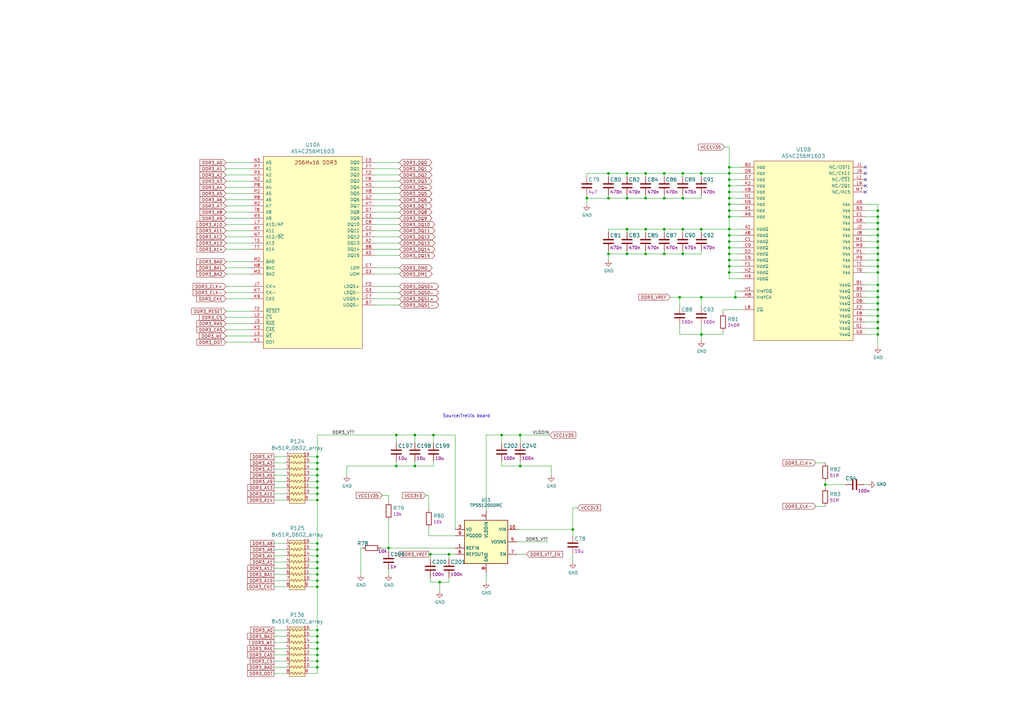
<source format=kicad_sch>
(kicad_sch (version 20211123) (generator eeschema)
  (paper "A3")
  (title_block (title "ECP5 - Datacenter Secure Control Module (DC-SCM)") (rev "1.2.0"))
  (junction (at 280.035 81.28))
  (junction (at 360.045 111.76))
  (junction (at 162.56 178.435))
  (junction (at 299.085 81.28))
  (junction (at 299.085 93.98))
  (junction (at 278.765 121.92))
  (junction (at 249.555 104.14))
  (junction (at 257.175 104.14))
  (junction (at 257.175 71.12))
  (junction (at 299.085 78.74))
  (junction (at 272.415 93.98))
  (junction (at 234.95 217.17))
  (junction (at 130.175 235.585))
  (junction (at 130.175 187.325))
  (junction (at 264.795 71.12))
  (junction (at 184.15 227.33))
  (junction (at 299.085 104.14))
  (junction (at 299.085 96.52))
  (junction (at 360.045 124.46))
  (junction (at 130.175 202.565))
  (junction (at 299.085 68.58))
  (junction (at 272.415 81.28))
  (junction (at 130.175 263.525))
  (junction (at 360.045 86.36))
  (junction (at 170.18 191.135))
  (junction (at 264.795 93.98))
  (junction (at 177.8 178.435))
  (junction (at 130.175 189.865))
  (junction (at 159.385 224.79))
  (junction (at 130.175 233.045))
  (junction (at 249.555 71.12))
  (junction (at 360.045 134.62))
  (junction (at 360.045 96.52))
  (junction (at 130.175 238.125))
  (junction (at 299.085 86.36))
  (junction (at 130.175 197.485))
  (junction (at 360.045 121.92))
  (junction (at 360.045 132.08))
  (junction (at 299.085 71.12))
  (junction (at 360.045 93.98))
  (junction (at 299.085 83.82))
  (junction (at 264.795 81.28))
  (junction (at 299.085 99.06))
  (junction (at 130.175 260.985))
  (junction (at 299.085 111.76))
  (junction (at 360.045 137.16))
  (junction (at 287.655 121.92))
  (junction (at 249.555 81.28))
  (junction (at 360.045 119.38))
  (junction (at 130.175 192.405))
  (junction (at 170.18 178.435))
  (junction (at 130.175 222.885))
  (junction (at 287.655 71.12))
  (junction (at 130.175 230.505))
  (junction (at 280.035 93.98))
  (junction (at 299.085 73.66))
  (junction (at 130.175 271.145))
  (junction (at 213.36 191.135))
  (junction (at 176.53 227.33))
  (junction (at 264.795 104.14))
  (junction (at 360.045 104.14))
  (junction (at 360.045 129.54))
  (junction (at 360.045 88.9))
  (junction (at 299.085 101.6))
  (junction (at 360.045 99.06))
  (junction (at 360.045 116.84))
  (junction (at 360.045 91.44))
  (junction (at 130.175 194.945))
  (junction (at 272.415 104.14))
  (junction (at 287.655 137.16))
  (junction (at 360.045 106.68))
  (junction (at 130.175 200.025))
  (junction (at 240.665 81.28))
  (junction (at 360.045 109.22))
  (junction (at 301.625 121.92))
  (junction (at 257.175 93.98))
  (junction (at 130.175 266.065))
  (junction (at 130.175 225.425))
  (junction (at 299.085 88.9))
  (junction (at 299.085 106.68))
  (junction (at 130.175 273.685))
  (junction (at 213.36 178.435))
  (junction (at 130.175 268.605))
  (junction (at 287.655 93.98))
  (junction (at 130.175 205.105))
  (junction (at 130.175 258.445))
  (junction (at 257.175 81.28))
  (junction (at 360.045 101.6))
  (junction (at 162.56 191.135))
  (junction (at 280.035 104.14))
  (junction (at 130.175 240.665))
  (junction (at 280.035 71.12))
  (junction (at 205.74 178.435))
  (junction (at 130.175 227.965))
  (junction (at 299.085 109.22))
  (junction (at 338.455 198.755))
  (junction (at 272.415 71.12))
  (junction (at 180.34 238.76))
  (junction (at 360.045 127))
  (junction (at 299.085 76.2))
  (no_connect (at 354.965 68.58))
  (no_connect (at 354.965 73.66))
  (no_connect (at 354.965 76.2))
  (no_connect (at 354.965 71.12))
  (no_connect (at 354.965 78.74))
  (wire (pts (xy 92.71 66.675) (xy 102.87 66.675)))
  (wire (pts (xy 130.175 202.565) (xy 126.365 202.565)))
  (wire (pts (xy 299.085 99.06) (xy 299.085 96.52)))
  (wire (pts (xy 92.71 109.855) (xy 102.87 109.855)))
  (wire (pts (xy 92.71 92.075) (xy 102.87 92.075)))
  (wire (pts (xy 224.79 222.25) (xy 212.09 222.25)))
  (wire (pts (xy 130.175 197.485) (xy 126.365 197.485)))
  (wire (pts (xy 272.415 104.14) (xy 280.035 104.14)))
  (wire (pts (xy 92.71 117.475) (xy 102.87 117.475)))
  (wire (pts (xy 199.39 178.435) (xy 205.74 178.435)))
  (wire (pts (xy 360.045 104.14) (xy 360.045 101.6)))
  (wire (pts (xy 354.965 121.92) (xy 360.045 121.92)))
  (wire (pts (xy 177.8 178.435) (xy 177.8 181.61)))
  (wire (pts (xy 299.085 76.2) (xy 299.085 73.66)))
  (wire (pts (xy 304.165 106.68) (xy 299.085 106.68)))
  (wire (pts (xy 126.365 240.665) (xy 130.175 240.665)))
  (wire (pts (xy 170.18 189.23) (xy 170.18 191.135)))
  (wire (pts (xy 130.175 258.445) (xy 126.365 258.445)))
  (wire (pts (xy 130.175 266.065) (xy 126.365 266.065)))
  (wire (pts (xy 159.385 213.36) (xy 159.385 224.79)))
  (wire (pts (xy 159.385 224.79) (xy 156.21 224.79)))
  (wire (pts (xy 272.415 102.87) (xy 272.415 104.14)))
  (wire (pts (xy 92.71 97.155) (xy 102.87 97.155)))
  (wire (pts (xy 240.665 81.28) (xy 249.555 81.28)))
  (wire (pts (xy 112.395 268.605) (xy 117.475 268.605)))
  (wire (pts (xy 360.045 142.24) (xy 360.045 137.16)))
  (wire (pts (xy 170.18 178.435) (xy 170.18 181.61)))
  (wire (pts (xy 130.175 205.105) (xy 130.175 222.885)))
  (wire (pts (xy 240.665 71.12) (xy 240.665 72.39)))
  (wire (pts (xy 130.175 187.325) (xy 130.175 189.865)))
  (wire (pts (xy 304.165 88.9) (xy 299.085 88.9)))
  (wire (pts (xy 130.175 197.485) (xy 130.175 200.025)))
  (wire (pts (xy 130.175 178.435) (xy 162.56 178.435)))
  (wire (pts (xy 354.965 93.98) (xy 360.045 93.98)))
  (wire (pts (xy 130.175 192.405) (xy 130.175 194.945)))
  (wire (pts (xy 92.71 79.375) (xy 102.87 79.375)))
  (wire (pts (xy 92.71 89.535) (xy 102.87 89.535)))
  (wire (pts (xy 112.395 197.485) (xy 117.475 197.485)))
  (wire (pts (xy 92.71 107.315) (xy 102.87 107.315)))
  (wire (pts (xy 162.56 191.135) (xy 142.24 191.135)))
  (wire (pts (xy 176.53 236.855) (xy 176.53 238.76)))
  (wire (pts (xy 299.085 106.68) (xy 299.085 104.14)))
  (wire (pts (xy 249.555 71.12) (xy 257.175 71.12)))
  (wire (pts (xy 112.395 230.505) (xy 117.475 230.505)))
  (wire (pts (xy 299.085 114.3) (xy 299.085 111.76)))
  (wire (pts (xy 360.045 91.44) (xy 360.045 88.9)))
  (wire (pts (xy 360.045 116.84) (xy 360.045 111.76)))
  (wire (pts (xy 130.175 238.125) (xy 126.365 238.125)))
  (wire (pts (xy 304.165 73.66) (xy 299.085 73.66)))
  (wire (pts (xy 360.045 93.98) (xy 360.045 91.44)))
  (wire (pts (xy 163.83 120.015) (xy 153.67 120.015)))
  (wire (pts (xy 130.175 273.685) (xy 130.175 271.145)))
  (wire (pts (xy 360.045 99.06) (xy 360.045 96.52)))
  (wire (pts (xy 360.045 119.38) (xy 360.045 116.84)))
  (wire (pts (xy 354.965 137.16) (xy 360.045 137.16)))
  (wire (pts (xy 92.71 102.235) (xy 102.87 102.235)))
  (wire (pts (xy 130.175 194.945) (xy 130.175 197.485)))
  (wire (pts (xy 272.415 71.12) (xy 280.035 71.12)))
  (wire (pts (xy 334.645 207.645) (xy 338.455 207.645)))
  (wire (pts (xy 354.965 86.36) (xy 360.045 86.36)))
  (wire (pts (xy 272.415 81.28) (xy 280.035 81.28)))
  (wire (pts (xy 264.795 80.01) (xy 264.795 81.28)))
  (wire (pts (xy 249.555 80.01) (xy 249.555 81.28)))
  (wire (pts (xy 147.955 224.79) (xy 147.955 235.585)))
  (wire (pts (xy 304.165 76.2) (xy 299.085 76.2)))
  (wire (pts (xy 92.71 71.755) (xy 102.87 71.755)))
  (wire (pts (xy 112.395 187.325) (xy 117.475 187.325)))
  (wire (pts (xy 272.415 93.98) (xy 280.035 93.98)))
  (wire (pts (xy 360.045 109.22) (xy 360.045 106.68)))
  (wire (pts (xy 354.965 127) (xy 360.045 127)))
  (wire (pts (xy 299.085 73.66) (xy 299.085 71.12)))
  (wire (pts (xy 112.395 271.145) (xy 117.475 271.145)))
  (wire (pts (xy 92.71 135.255) (xy 102.87 135.255)))
  (wire (pts (xy 92.71 137.795) (xy 102.87 137.795)))
  (wire (pts (xy 304.165 83.82) (xy 299.085 83.82)))
  (wire (pts (xy 257.175 80.01) (xy 257.175 81.28)))
  (wire (pts (xy 304.165 86.36) (xy 299.085 86.36)))
  (wire (pts (xy 287.655 71.12) (xy 299.085 71.12)))
  (wire (pts (xy 92.71 130.175) (xy 102.87 130.175)))
  (wire (pts (xy 304.165 99.06) (xy 299.085 99.06)))
  (wire (pts (xy 126.365 230.505) (xy 130.175 230.505)))
  (wire (pts (xy 287.655 121.92) (xy 278.765 121.92)))
  (wire (pts (xy 299.085 109.22) (xy 299.085 106.68)))
  (wire (pts (xy 249.555 104.14) (xy 257.175 104.14)))
  (wire (pts (xy 257.175 71.12) (xy 264.795 71.12)))
  (wire (pts (xy 163.83 84.455) (xy 153.67 84.455)))
  (wire (pts (xy 170.18 191.135) (xy 162.56 191.135)))
  (wire (pts (xy 163.83 122.555) (xy 153.67 122.555)))
  (wire (pts (xy 280.035 93.98) (xy 280.035 95.25)))
  (wire (pts (xy 142.24 191.135) (xy 142.24 194.945)))
  (wire (pts (xy 360.045 134.62) (xy 360.045 132.08)))
  (wire (pts (xy 280.035 71.12) (xy 287.655 71.12)))
  (wire (pts (xy 296.545 135.89) (xy 296.545 137.16)))
  (wire (pts (xy 130.175 202.565) (xy 130.175 205.105)))
  (wire (pts (xy 301.625 121.92) (xy 304.165 121.92)))
  (wire (pts (xy 92.71 120.015) (xy 102.87 120.015)))
  (wire (pts (xy 130.175 227.965) (xy 130.175 230.505)))
  (wire (pts (xy 112.395 205.105) (xy 117.475 205.105)))
  (wire (pts (xy 234.95 208.28) (xy 236.855 208.28)))
  (wire (pts (xy 112.395 235.585) (xy 117.475 235.585)))
  (wire (pts (xy 360.045 86.36) (xy 360.045 83.82)))
  (wire (pts (xy 126.365 194.945) (xy 130.175 194.945)))
  (wire (pts (xy 234.95 227.33) (xy 234.95 230.505)))
  (wire (pts (xy 299.085 104.14) (xy 299.085 101.6)))
  (wire (pts (xy 212.09 217.17) (xy 234.95 217.17)))
  (wire (pts (xy 162.56 178.435) (xy 170.18 178.435)))
  (wire (pts (xy 299.085 101.6) (xy 299.085 99.06)))
  (wire (pts (xy 153.67 112.395) (xy 163.83 112.395)))
  (wire (pts (xy 274.955 121.92) (xy 278.765 121.92)))
  (wire (pts (xy 126.365 192.405) (xy 130.175 192.405)))
  (wire (pts (xy 92.71 69.215) (xy 102.87 69.215)))
  (wire (pts (xy 130.175 273.685) (xy 130.175 276.225)))
  (wire (pts (xy 163.83 79.375) (xy 153.67 79.375)))
  (wire (pts (xy 130.175 271.145) (xy 130.175 268.605)))
  (wire (pts (xy 126.365 233.045) (xy 130.175 233.045)))
  (wire (pts (xy 92.71 127.635) (xy 102.87 127.635)))
  (wire (pts (xy 280.035 93.98) (xy 287.655 93.98)))
  (wire (pts (xy 159.385 203.2) (xy 159.385 205.74)))
  (wire (pts (xy 112.395 200.025) (xy 117.475 200.025)))
  (wire (pts (xy 126.365 268.605) (xy 130.175 268.605)))
  (wire (pts (xy 177.8 189.23) (xy 177.8 191.135)))
  (wire (pts (xy 304.165 114.3) (xy 299.085 114.3)))
  (wire (pts (xy 213.36 178.435) (xy 225.425 178.435)))
  (wire (pts (xy 264.795 81.28) (xy 272.415 81.28)))
  (wire (pts (xy 163.83 76.835) (xy 153.67 76.835)))
  (wire (pts (xy 354.965 91.44) (xy 360.045 91.44)))
  (wire (pts (xy 278.765 121.92) (xy 278.765 125.73)))
  (wire (pts (xy 272.415 71.12) (xy 272.415 72.39)))
  (wire (pts (xy 130.175 235.585) (xy 130.175 238.125)))
  (wire (pts (xy 184.15 236.855) (xy 184.15 238.76)))
  (wire (pts (xy 234.95 217.17) (xy 234.95 219.71)))
  (wire (pts (xy 280.035 71.12) (xy 280.035 72.39)))
  (wire (pts (xy 249.555 93.98) (xy 257.175 93.98)))
  (wire (pts (xy 205.74 178.435) (xy 213.36 178.435)))
  (wire (pts (xy 360.045 101.6) (xy 360.045 99.06)))
  (wire (pts (xy 162.56 178.435) (xy 162.56 181.61)))
  (wire (pts (xy 287.655 121.92) (xy 301.625 121.92)))
  (wire (pts (xy 280.035 104.14) (xy 287.655 104.14)))
  (wire (pts (xy 92.71 84.455) (xy 102.87 84.455)))
  (wire (pts (xy 163.83 74.295) (xy 153.67 74.295)))
  (wire (pts (xy 280.035 81.28) (xy 287.655 81.28)))
  (wire (pts (xy 126.365 271.145) (xy 130.175 271.145)))
  (wire (pts (xy 117.475 222.885) (xy 112.395 222.885)))
  (wire (pts (xy 180.34 242.57) (xy 180.34 238.76)))
  (wire (pts (xy 126.365 225.425) (xy 130.175 225.425)))
  (wire (pts (xy 249.555 93.98) (xy 249.555 95.25)))
  (wire (pts (xy 117.475 192.405) (xy 112.395 192.405)))
  (wire (pts (xy 296.545 127) (xy 304.165 127)))
  (wire (pts (xy 130.175 227.965) (xy 126.365 227.965)))
  (wire (pts (xy 360.045 124.46) (xy 360.045 121.92)))
  (wire (pts (xy 264.795 71.12) (xy 272.415 71.12)))
  (wire (pts (xy 360.045 127) (xy 360.045 124.46)))
  (wire (pts (xy 130.175 258.445) (xy 130.175 260.985)))
  (wire (pts (xy 354.965 99.06) (xy 360.045 99.06)))
  (wire (pts (xy 126.365 260.985) (xy 130.175 260.985)))
  (wire (pts (xy 184.15 227.33) (xy 184.15 229.235)))
  (wire (pts (xy 117.475 258.445) (xy 112.395 258.445)))
  (wire (pts (xy 126.365 200.025) (xy 130.175 200.025)))
  (wire (pts (xy 130.175 263.525) (xy 130.175 266.065)))
  (wire (pts (xy 287.655 93.98) (xy 299.085 93.98)))
  (wire (pts (xy 163.83 89.535) (xy 153.67 89.535)))
  (wire (pts (xy 176.53 227.33) (xy 176.53 229.235)))
  (wire (pts (xy 304.165 68.58) (xy 299.085 68.58)))
  (wire (pts (xy 299.085 81.28) (xy 299.085 78.74)))
  (wire (pts (xy 112.395 240.665) (xy 117.475 240.665)))
  (wire (pts (xy 112.395 189.865) (xy 117.475 189.865)))
  (wire (pts (xy 175.895 203.2) (xy 174.625 203.2)))
  (wire (pts (xy 163.83 102.235) (xy 153.67 102.235)))
  (wire (pts (xy 177.8 191.135) (xy 170.18 191.135)))
  (wire (pts (xy 280.035 80.01) (xy 280.035 81.28)))
  (wire (pts (xy 354.965 104.14) (xy 360.045 104.14)))
  (wire (pts (xy 304.165 104.14) (xy 299.085 104.14)))
  (wire (pts (xy 296.545 127) (xy 296.545 128.27)))
  (wire (pts (xy 126.365 187.325) (xy 130.175 187.325)))
  (wire (pts (xy 163.83 99.695) (xy 153.67 99.695)))
  (wire (pts (xy 92.71 112.395) (xy 102.87 112.395)))
  (wire (pts (xy 338.455 198.755) (xy 346.71 198.755)))
  (wire (pts (xy 278.765 133.35) (xy 278.765 137.16)))
  (wire (pts (xy 112.395 227.965) (xy 117.475 227.965)))
  (wire (pts (xy 272.415 93.98) (xy 272.415 95.25)))
  (wire (pts (xy 264.795 93.98) (xy 264.795 95.25)))
  (wire (pts (xy 162.56 189.23) (xy 162.56 191.135)))
  (wire (pts (xy 354.965 124.46) (xy 360.045 124.46)))
  (wire (pts (xy 338.455 200.025) (xy 338.455 198.755)))
  (wire (pts (xy 297.18 60.325) (xy 299.085 60.325)))
  (wire (pts (xy 338.455 198.755) (xy 338.455 197.485)))
  (wire (pts (xy 117.475 225.425) (xy 112.395 225.425)))
  (wire (pts (xy 130.175 187.325) (xy 130.175 178.435)))
  (wire (pts (xy 130.175 200.025) (xy 130.175 202.565)))
  (wire (pts (xy 92.71 94.615) (xy 102.87 94.615)))
  (wire (pts (xy 299.085 83.82) (xy 299.085 81.28)))
  (wire (pts (xy 354.965 101.6) (xy 360.045 101.6)))
  (wire (pts (xy 304.165 119.38) (xy 301.625 119.38)))
  (wire (pts (xy 354.33 198.755) (xy 356.235 198.755)))
  (wire (pts (xy 360.045 111.76) (xy 360.045 109.22)))
  (wire (pts (xy 240.665 71.12) (xy 249.555 71.12)))
  (wire (pts (xy 304.165 71.12) (xy 299.085 71.12)))
  (wire (pts (xy 159.385 226.06) (xy 159.385 224.79)))
  (wire (pts (xy 130.175 233.045) (xy 130.175 235.585)))
  (wire (pts (xy 360.045 132.08) (xy 360.045 129.54)))
  (wire (pts (xy 257.175 81.28) (xy 264.795 81.28)))
  (wire (pts (xy 130.175 230.505) (xy 130.175 233.045)))
  (wire (pts (xy 159.385 224.79) (xy 186.69 224.79)))
  (wire (pts (xy 287.655 139.7) (xy 287.655 137.16)))
  (wire (pts (xy 249.555 81.28) (xy 257.175 81.28)))
  (wire (pts (xy 287.655 121.92) (xy 287.655 125.73)))
  (wire (pts (xy 264.795 102.87) (xy 264.795 104.14)))
  (wire (pts (xy 304.165 93.98) (xy 299.085 93.98)))
  (wire (pts (xy 163.83 92.075) (xy 153.67 92.075)))
  (wire (pts (xy 338.455 189.865) (xy 334.645 189.865)))
  (wire (pts (xy 304.165 101.6) (xy 299.085 101.6)))
  (wire (pts (xy 130.175 273.685) (xy 126.365 273.685)))
  (wire (pts (xy 360.045 83.82) (xy 354.965 83.82)))
  (wire (pts (xy 112.395 263.525) (xy 117.475 263.525)))
  (wire (pts (xy 130.175 222.885) (xy 130.175 225.425)))
  (wire (pts (xy 215.9 227.33) (xy 212.09 227.33)))
  (wire (pts (xy 130.175 189.865) (xy 130.175 192.405)))
  (wire (pts (xy 176.53 238.76) (xy 180.34 238.76)))
  (wire (pts (xy 163.83 86.995) (xy 153.67 86.995)))
  (wire (pts (xy 92.71 86.995) (xy 102.87 86.995)))
  (wire (pts (xy 112.395 202.565) (xy 117.475 202.565)))
  (wire (pts (xy 112.395 276.225) (xy 117.475 276.225)))
  (wire (pts (xy 304.165 81.28) (xy 299.085 81.28)))
  (wire (pts (xy 130.175 240.665) (xy 130.175 258.445)))
  (wire (pts (xy 170.18 178.435) (xy 177.8 178.435)))
  (wire (pts (xy 180.34 238.76) (xy 184.15 238.76)))
  (wire (pts (xy 112.395 194.945) (xy 117.475 194.945)))
  (wire (pts (xy 117.475 266.065) (xy 112.395 266.065)))
  (wire (pts (xy 354.965 134.62) (xy 360.045 134.62)))
  (wire (pts (xy 301.625 119.38) (xy 301.625 121.92)))
  (wire (pts (xy 205.74 178.435) (xy 205.74 181.61)))
  (wire (pts (xy 360.045 88.9) (xy 360.045 86.36)))
  (wire (pts (xy 264.795 104.14) (xy 272.415 104.14)))
  (wire (pts (xy 163.83 94.615) (xy 153.67 94.615)))
  (wire (pts (xy 92.71 140.335) (xy 102.87 140.335)))
  (wire (pts (xy 92.71 74.295) (xy 102.87 74.295)))
  (wire (pts (xy 264.795 93.98) (xy 272.415 93.98)))
  (wire (pts (xy 304.165 78.74) (xy 299.085 78.74)))
  (wire (pts (xy 130.175 238.125) (xy 130.175 240.665)))
  (wire (pts (xy 299.085 111.76) (xy 299.085 109.22)))
  (wire (pts (xy 360.045 137.16) (xy 360.045 134.62)))
  (wire (pts (xy 360.045 106.68) (xy 360.045 104.14)))
  (wire (pts (xy 213.36 191.135) (xy 205.74 191.135)))
  (wire (pts (xy 240.665 80.01) (xy 240.665 81.28)))
  (wire (pts (xy 287.655 71.12) (xy 287.655 72.39)))
  (wire (pts (xy 92.71 132.715) (xy 102.87 132.715)))
  (wire (pts (xy 175.895 227.33) (xy 176.53 227.33)))
  (wire (pts (xy 205.74 189.23) (xy 205.74 191.135)))
  (wire (pts (xy 249.555 102.87) (xy 249.555 104.14)))
  (wire (pts (xy 226.06 191.135) (xy 226.06 194.945)))
  (wire (pts (xy 126.365 205.105) (xy 130.175 205.105)))
  (wire (pts (xy 299.085 96.52) (xy 299.085 93.98)))
  (wire (pts (xy 163.83 109.855) (xy 153.67 109.855)))
  (wire (pts (xy 112.395 260.985) (xy 117.475 260.985)))
  (wire (pts (xy 126.365 189.865) (xy 130.175 189.865)))
  (wire (pts (xy 199.39 178.435) (xy 199.39 209.55)))
  (wire (pts (xy 92.71 81.915) (xy 102.87 81.915)))
  (wire (pts (xy 264.795 71.12) (xy 264.795 72.39)))
  (wire (pts (xy 287.655 93.98) (xy 287.655 95.25)))
  (wire (pts (xy 130.175 225.425) (xy 130.175 227.965)))
  (wire (pts (xy 199.39 238.76) (xy 199.39 234.95)))
  (wire (pts (xy 126.365 263.525) (xy 130.175 263.525)))
  (wire (pts (xy 240.665 81.28) (xy 240.665 83.82)))
  (wire (pts (xy 354.965 106.68) (xy 360.045 106.68)))
  (wire (pts (xy 299.085 86.36) (xy 299.085 83.82)))
  (wire (pts (xy 175.895 216.535) (xy 175.895 219.71)))
  (wire (pts (xy 299.085 88.9) (xy 299.085 86.36)))
  (wire (pts (xy 272.415 80.01) (xy 272.415 81.28)))
  (wire (pts (xy 117.475 273.685) (xy 112.395 273.685)))
  (wire (pts (xy 213.36 191.135) (xy 226.06 191.135)))
  (wire (pts (xy 287.655 80.01) (xy 287.655 81.28)))
  (wire (pts (xy 130.175 268.605) (xy 130.175 266.065)))
  (wire (pts (xy 92.71 76.835) (xy 102.87 76.835)))
  (wire (pts (xy 163.83 97.155) (xy 153.67 97.155)))
  (wire (pts (xy 360.045 96.52) (xy 360.045 93.98)))
  (wire (pts (xy 299.085 60.325) (xy 299.085 68.58)))
  (wire (pts (xy 163.83 81.915) (xy 153.67 81.915)))
  (wire (pts (xy 163.83 69.215) (xy 153.67 69.215)))
  (wire (pts (xy 163.83 71.755) (xy 153.67 71.755)))
  (wire (pts (xy 153.67 66.675) (xy 163.83 66.675)))
  (wire (pts (xy 360.045 129.54) (xy 360.045 127)))
  (wire (pts (xy 175.895 219.71) (xy 186.69 219.71)))
  (wire (pts (xy 354.965 116.84) (xy 360.045 116.84)))
  (wire (pts (xy 354.965 129.54) (xy 360.045 129.54)))
  (wire (pts (xy 130.175 222.885) (xy 126.365 222.885)))
  (wire (pts (xy 296.545 137.16) (xy 287.655 137.16)))
  (wire (pts (xy 257.175 93.98) (xy 257.175 95.25)))
  (wire (pts (xy 130.175 260.985) (xy 130.175 263.525)))
  (wire (pts (xy 287.655 137.16) (xy 278.765 137.16)))
  (wire (pts (xy 249.555 106.68) (xy 249.555 104.14)))
  (wire (pts (xy 176.53 227.33) (xy 184.15 227.33)))
  (wire (pts (xy 360.045 121.92) (xy 360.045 119.38)))
  (wire (pts (xy 92.71 122.555) (xy 102.87 122.555)))
  (wire (pts (xy 175.895 203.2) (xy 175.895 208.915)))
  (wire (pts (xy 257.175 93.98) (xy 264.795 93.98)))
  (wire (pts (xy 163.83 125.095) (xy 153.67 125.095)))
  (wire (pts (xy 213.36 189.23) (xy 213.36 191.135)))
  (wire (pts (xy 354.965 88.9) (xy 360.045 88.9)))
  (wire (pts (xy 304.165 111.76) (xy 299.085 111.76)))
  (wire (pts (xy 304.165 96.52) (xy 299.085 96.52)))
  (wire (pts (xy 287.655 102.87) (xy 287.655 104.14)))
  (wire (pts (xy 257.175 71.12) (xy 257.175 72.39)))
  (wire (pts (xy 249.555 71.12) (xy 249.555 72.39)))
  (wire (pts (xy 354.965 119.38) (xy 360.045 119.38)))
  (wire (pts (xy 234.95 208.28) (xy 234.95 217.17)))
  (wire (pts (xy 354.965 132.08) (xy 360.045 132.08)))
  (wire (pts (xy 299.085 71.12) (xy 299.085 68.58)))
  (wire (pts (xy 159.385 235.585) (xy 159.385 233.68)))
  (wire (pts (xy 92.71 99.695) (xy 102.87 99.695)))
  (wire (pts (xy 354.965 96.52) (xy 360.045 96.52)))
  (wire (pts (xy 126.365 235.585) (xy 130.175 235.585)))
  (wire (pts (xy 299.085 93.98) (xy 299.085 88.9)))
  (wire (pts (xy 126.365 276.225) (xy 130.175 276.225)))
  (wire (pts (xy 117.475 233.045) (xy 112.395 233.045)))
  (wire (pts (xy 186.69 178.435) (xy 186.69 217.17)))
  (wire (pts (xy 184.15 227.33) (xy 186.69 227.33)))
  (wire (pts (xy 112.395 238.125) (xy 117.475 238.125)))
  (wire (pts (xy 304.165 109.22) (xy 299.085 109.22)))
  (wire (pts (xy 163.83 117.475) (xy 153.67 117.475)))
  (wire (pts (xy 213.36 178.435) (xy 213.36 181.61)))
  (wire (pts (xy 354.965 109.22) (xy 360.045 109.22)))
  (wire (pts (xy 354.965 111.76) (xy 360.045 111.76)))
  (wire (pts (xy 299.085 78.74) (xy 299.085 76.2)))
  (wire (pts (xy 159.385 203.2) (xy 156.845 203.2)))
  (wire (pts (xy 163.83 104.775) (xy 153.67 104.775)))
  (wire (pts (xy 287.655 133.35) (xy 287.655 137.16)))
  (wire (pts (xy 280.035 102.87) (xy 280.035 104.14)))
  (wire (pts (xy 257.175 104.14) (xy 264.795 104.14)))
  (wire (pts (xy 148.59 224.79) (xy 147.955 224.79)))
  (wire (pts (xy 257.175 102.87) (xy 257.175 104.14)))
  (wire (pts (xy 177.8 178.435) (xy 186.69 178.435)))
  (text "Source:Trellis board" (at 181.61 171.45 0) (effects (font (size 1.27 1.27)) (justify left bottom)))
  (label "DDR3_VTT" (at 224.79 222.25 180))
  (label "VLDOIN" (at 218.44 178.435 0))
  (label "DDR3_VTT" (at 145.415 178.435 180))
  (global_label "DDR3_A2" (shape passive) (at 112.395 192.405 180) (property "Intersheet References" "${INTERSHEET_REFS}" (effects hide)))
  (global_label "DDR3_DQ4" (shape bidirectional) (at 163.83 76.835 0) (property "Intersheet References" "${INTERSHEET_REFS}" (effects hide)))
  (global_label "DDR3_BA2" (shape passive) (at 112.395 260.985 180) (property "Intersheet References" "${INTERSHEET_REFS}" (effects hide)))
  (global_label "DDR3_WE" (shape input) (at 92.71 137.795 180) (property "Intersheet References" "${INTERSHEET_REFS}" (effects hide)))
  (global_label "DDR3_DQ12" (shape bidirectional) (at 163.83 97.155 0) (property "Intersheet References" "${INTERSHEET_REFS}" (effects hide)))
  (global_label "DDR3_DQ7" (shape bidirectional) (at 163.83 84.455 0) (property "Intersheet References" "${INTERSHEET_REFS}" (effects hide)))
  (global_label "DDR3_VTT_EN" (shape input) (at 215.9 227.33 0) (property "Intersheet References" "${INTERSHEET_REFS}" (effects hide)))
  (global_label "DDR3_ODT" (shape input) (at 92.71 140.335 180) (property "Intersheet References" "${INTERSHEET_REFS}" (effects hide)))
  (global_label "DDR3_VREF" (shape output) (at 175.895 227.33 180) (property "Intersheet References" "${INTERSHEET_REFS}" (effects hide)))
  (global_label "DDR3_CS" (shape passive) (at 112.395 271.145 180) (property "Intersheet References" "${INTERSHEET_REFS}" (effects hide)))
  (global_label "DDR3_DQS0+" (shape bidirectional) (at 163.83 117.475 0) (property "Intersheet References" "${INTERSHEET_REFS}" (effects hide)))
  (global_label "DDR3_CKE" (shape passive) (at 112.395 240.665 180) (property "Intersheet References" "${INTERSHEET_REFS}" (effects hide)))
  (global_label "DDR3_A10" (shape input) (at 92.71 92.075 180) (property "Intersheet References" "${INTERSHEET_REFS}" (effects hide)))
  (global_label "DDR3_A4" (shape passive) (at 112.395 227.965 180) (property "Intersheet References" "${INTERSHEET_REFS}" (effects hide)))
  (global_label "DDR3_CLK-" (shape input) (at 92.71 120.015 180) (property "Intersheet References" "${INTERSHEET_REFS}" (effects hide)))
  (global_label "DDR3_DQ2" (shape bidirectional) (at 163.83 71.755 0) (property "Intersheet References" "${INTERSHEET_REFS}" (effects hide)))
  (global_label "DDR3_VREF" (shape input) (at 274.955 121.92 180) (property "Intersheet References" "${INTERSHEET_REFS}" (effects hide)))
  (global_label "VCC3V3" (shape input) (at 174.625 203.2 180) (property "Intersheet References" "${INTERSHEET_REFS}" (effects hide)))
  (global_label "DDR3_DQ1" (shape bidirectional) (at 163.83 69.215 0) (property "Intersheet References" "${INTERSHEET_REFS}" (effects hide)))
  (global_label "DDR3_A14" (shape input) (at 92.71 102.235 180) (property "Intersheet References" "${INTERSHEET_REFS}" (effects hide)))
  (global_label "VCC1V35" (shape input) (at 225.425 178.435 0) (property "Intersheet References" "${INTERSHEET_REFS}" (effects hide)))
  (global_label "DDR3_A3" (shape input) (at 92.71 74.295 180) (property "Intersheet References" "${INTERSHEET_REFS}" (effects hide)))
  (global_label "DDR3_RESET" (shape input) (at 92.71 127.635 180) (property "Intersheet References" "${INTERSHEET_REFS}" (effects hide)))
  (global_label "DDR3_BA1" (shape input) (at 92.71 109.855 180) (property "Intersheet References" "${INTERSHEET_REFS}" (effects hide)))
  (global_label "DDR3_DQS1+" (shape bidirectional) (at 163.83 122.555 0) (property "Intersheet References" "${INTERSHEET_REFS}" (effects hide)))
  (global_label "DDR3_DQ3" (shape bidirectional) (at 163.83 74.295 0) (property "Intersheet References" "${INTERSHEET_REFS}" (effects hide)))
  (global_label "DDR3_A4" (shape input) (at 92.71 76.835 180) (property "Intersheet References" "${INTERSHEET_REFS}" (effects hide)))
  (global_label "DDR3_A8" (shape input) (at 92.71 86.995 180) (property "Intersheet References" "${INTERSHEET_REFS}" (effects hide)))
  (global_label "DDR3_A13" (shape input) (at 92.71 99.695 180) (property "Intersheet References" "${INTERSHEET_REFS}" (effects hide)))
  (global_label "DDR3_DQ0" (shape bidirectional) (at 163.83 66.675 0) (property "Intersheet References" "${INTERSHEET_REFS}" (effects hide)))
  (global_label "DDR3_DQS1-" (shape bidirectional) (at 163.83 125.095 0) (property "Intersheet References" "${INTERSHEET_REFS}" (effects hide)))
  (global_label "DDR3_DQ10" (shape bidirectional) (at 163.83 92.075 0) (property "Intersheet References" "${INTERSHEET_REFS}" (effects hide)))
  (global_label "VCC1V35" (shape input) (at 156.845 203.2 180) (property "Intersheet References" "${INTERSHEET_REFS}" (effects hide)))
  (global_label "DDR3_CAS" (shape passive) (at 112.395 268.605 180) (property "Intersheet References" "${INTERSHEET_REFS}" (effects hide)))
  (global_label "DDR3_A2" (shape input) (at 92.71 71.755 180) (property "Intersheet References" "${INTERSHEET_REFS}" (effects hide)))
  (global_label "DDR3_DQ9" (shape bidirectional) (at 163.83 89.535 0) (property "Intersheet References" "${INTERSHEET_REFS}" (effects hide)))
  (global_label "DDR3_A14" (shape passive) (at 112.395 205.105 180) (property "Intersheet References" "${INTERSHEET_REFS}" (effects hide)))
  (global_label "DDR3_DM1" (shape bidirectional) (at 163.83 112.395 0) (property "Intersheet References" "${INTERSHEET_REFS}" (effects hide)))
  (global_label "DDR3_DQ11" (shape bidirectional) (at 163.83 94.615 0) (property "Intersheet References" "${INTERSHEET_REFS}" (effects hide)))
  (global_label "DDR3_CAS" (shape input) (at 92.71 135.255 180) (property "Intersheet References" "${INTERSHEET_REFS}" (effects hide)))
  (global_label "DDR3_A8" (shape passive) (at 112.395 222.885 180) (property "Intersheet References" "${INTERSHEET_REFS}" (effects hide)))
  (global_label "DDR3_ODT" (shape passive) (at 112.395 276.225 180) (property "Intersheet References" "${INTERSHEET_REFS}" (effects hide)))
  (global_label "DDR3_DM0" (shape bidirectional) (at 163.83 109.855 0) (property "Intersheet References" "${INTERSHEET_REFS}" (effects hide)))
  (global_label "DDR3_CS" (shape input) (at 92.71 130.175 180) (property "Intersheet References" "${INTERSHEET_REFS}" (effects hide)))
  (global_label "DDR3_A11" (shape input) (at 92.71 94.615 180) (property "Intersheet References" "${INTERSHEET_REFS}" (effects hide)))
  (global_label "DDR3_A7" (shape input) (at 92.71 84.455 180) (property "Intersheet References" "${INTERSHEET_REFS}" (effects hide)))
  (global_label "DDR3_A5" (shape input) (at 92.71 79.375 180) (property "Intersheet References" "${INTERSHEET_REFS}" (effects hide)))
  (global_label "DDR3_BA2" (shape input) (at 92.71 112.395 180) (property "Intersheet References" "${INTERSHEET_REFS}" (effects hide)))
  (global_label "DDR3_A11" (shape passive) (at 112.395 202.565 180) (property "Intersheet References" "${INTERSHEET_REFS}" (effects hide)))
  (global_label "DDR3_DQ13" (shape bidirectional) (at 163.83 99.695 0) (property "Intersheet References" "${INTERSHEET_REFS}" (effects hide)))
  (global_label "DDR3_BA0" (shape input) (at 92.71 107.315 180) (property "Intersheet References" "${INTERSHEET_REFS}" (effects hide)))
  (global_label "DDR3_BA0" (shape passive) (at 112.395 273.685 180) (property "Intersheet References" "${INTERSHEET_REFS}" (effects hide)))
  (global_label "DDR3_A10" (shape passive) (at 112.395 238.125 180) (property "Intersheet References" "${INTERSHEET_REFS}" (effects hide)))
  (global_label "DDR3_CKE" (shape input) (at 92.71 122.555 180) (property "Intersheet References" "${INTERSHEET_REFS}" (effects hide)))
  (global_label "DDR3_A1" (shape passive) (at 112.395 230.505 180) (property "Intersheet References" "${INTERSHEET_REFS}" (effects hide)))
  (global_label "DDR3_A0" (shape input) (at 92.71 66.675 180) (property "Intersheet References" "${INTERSHEET_REFS}" (effects hide)))
  (global_label "DDR3_DQ15" (shape bidirectional) (at 163.83 104.775 0) (property "Intersheet References" "${INTERSHEET_REFS}" (effects hide)))
  (global_label "DDR3_DQ5" (shape bidirectional) (at 163.83 79.375 0) (property "Intersheet References" "${INTERSHEET_REFS}" (effects hide)))
  (global_label "DDR3_A3" (shape passive) (at 112.395 189.865 180) (property "Intersheet References" "${INTERSHEET_REFS}" (effects hide)))
  (global_label "DDR3_DQ8" (shape bidirectional) (at 163.83 86.995 0) (property "Intersheet References" "${INTERSHEET_REFS}" (effects hide)))
  (global_label "DDR3_A5" (shape passive) (at 112.395 194.945 180) (property "Intersheet References" "${INTERSHEET_REFS}" (effects hide)))
  (global_label "DDR3_DQ14" (shape bidirectional) (at 163.83 102.235 0) (property "Intersheet References" "${INTERSHEET_REFS}" (effects hide)))
  (global_label "DDR3_BA1" (shape passive) (at 112.395 235.585 180) (property "Intersheet References" "${INTERSHEET_REFS}" (effects hide)))
  (global_label "DDR3_A6" (shape input) (at 92.71 81.915 180) (property "Intersheet References" "${INTERSHEET_REFS}" (effects hide)))
  (global_label "DDR3_CLK+" (shape input) (at 92.71 117.475 180) (property "Intersheet References" "${INTERSHEET_REFS}" (effects hide)))
  (global_label "DDR3_A6" (shape passive) (at 112.395 225.425 180) (property "Intersheet References" "${INTERSHEET_REFS}" (effects hide)))
  (global_label "DDR3_RAS" (shape passive) (at 112.395 266.065 180) (property "Intersheet References" "${INTERSHEET_REFS}" (effects hide)))
  (global_label "VCC3V3" (shape input) (at 236.855 208.28 0) (property "Intersheet References" "${INTERSHEET_REFS}" (effects hide)))
  (global_label "DDR3_A0" (shape passive) (at 112.395 258.445 180) (property "Intersheet References" "${INTERSHEET_REFS}" (effects hide)))
  (global_label "DDR3_A12" (shape input) (at 92.71 97.155 180) (property "Intersheet References" "${INTERSHEET_REFS}" (effects hide)))
  (global_label "DDR3_A1" (shape input) (at 92.71 69.215 180) (property "Intersheet References" "${INTERSHEET_REFS}" (effects hide)))
  (global_label "DDR3_A12" (shape passive) (at 112.395 233.045 180) (property "Intersheet References" "${INTERSHEET_REFS}" (effects hide)))
  (global_label "DDR3_A13" (shape passive) (at 112.395 200.025 180) (property "Intersheet References" "${INTERSHEET_REFS}" (effects hide)))
  (global_label "DDR3_A7" (shape passive) (at 112.395 187.325 180) (property "Intersheet References" "${INTERSHEET_REFS}" (effects hide)))
  (global_label "DDR3_DQS0-" (shape bidirectional) (at 163.83 120.015 0) (property "Intersheet References" "${INTERSHEET_REFS}" (effects hide)))
  (global_label "DDR3_CLK-" (shape input) (at 334.645 207.645 180) (property "Intersheet References" "${INTERSHEET_REFS}" (effects hide)))
  (global_label "DDR3_CLK+" (shape input) (at 334.645 189.865 180) (property "Intersheet References" "${INTERSHEET_REFS}" (effects hide)))
  (global_label "DDR3_WE" (shape passive) (at 112.395 263.525 180) (property "Intersheet References" "${INTERSHEET_REFS}" (effects hide)))
  (global_label "DDR3_A9" (shape input) (at 92.71 89.535 180) (property "Intersheet References" "${INTERSHEET_REFS}" (effects hide)))
  (global_label "DDR3_A9" (shape passive) (at 112.395 197.485 180) (property "Intersheet References" "${INTERSHEET_REFS}" (effects hide)))
  (global_label "DDR3_RAS" (shape input) (at 92.71 132.715 180) (property "Intersheet References" "${INTERSHEET_REFS}" (effects hide)))
  (global_label "DDR3_DQ6" (shape bidirectional) (at 163.83 81.915 0) (property "Intersheet References" "${INTERSHEET_REFS}" (effects hide)))
  (global_label "VCC1V35" (shape input) (at 297.18 60.325 180) (property "Intersheet References" "${INTERSHEET_REFS}" (effects hide)))
  (symbol (lib_id "ecp5-dc-scm:R_51R_0402") (at 338.455 193.675 270) (unit 1)
    (property "Reference" "R82" (at 340.233 192.532 90) (effects (font (size 1.524 1.524)) (justify left)))
    (property "Value" "R_51R_0402" (effects hide))
    (property "Footprint" "ecp5-dc-scm-footprints:0402-res" (effects hide))
    (property "Manufacturer" "YAGEO" (effects hide))
    (property "MPN" "RC0402FR-0751RL" (effects hide))
    (property "Val" "51R" (at 340.233 195.0212 90) (effects (justify left)))
  )
  (symbol (lib_id "ecp5-dc-scm:R_51R_0402") (at 338.455 203.835 270) (unit 1)
    (property "Reference" "R83" (at 340.233 202.692 90) (effects (font (size 1.524 1.524)) (justify left)))
    (property "Value" "R_51R_0402" (effects hide))
    (property "Footprint" "ecp5-dc-scm-footprints:0402-res" (effects hide))
    (property "Manufacturer" "YAGEO" (effects hide))
    (property "MPN" "RC0402FR-0751RL" (effects hide))
    (property "Val" "51R" (at 340.233 205.1812 90) (effects (justify left)))
  )
  (symbol (lib_id "ecp5-dc-scm:C_4u7_0402") (at 240.665 76.2 0) (unit 1)
    (property "Reference" "C79" (at 241.3 73.66 0) (effects (font (size 1.524 1.524)) (justify left)))
    (property "Value" "C_4u7_0402" (effects hide))
    (property "Footprint" "ecp5-dc-scm-footprints:0402-cap" (effects hide))
    (property "Manufacturer" "MURATA" (effects hide))
    (property "MPN" "GRM155R61A475MEAAD" (effects hide))
    (property "Val" "4u7" (at 241.3 78.74 0) (effects (justify left)))
  )
  (symbol (lib_id "ecp5-dc-scm:C_470n_0402") (at 249.555 76.2 0) (unit 1)
    (property "Reference" "C80" (at 250.19 73.66 0) (effects (font (size 1.524 1.524)) (justify left)))
    (property "Value" "C_470n_0402" (effects hide))
    (property "Footprint" "ecp5-dc-scm-footprints:0402-cap" (effects hide))
    (property "Manufacturer" "TDK" (effects hide))
    (property "MPN" "C1005X5R1E474M050BB" (effects hide))
    (property "Val" "470n" (at 250.19 78.74 0) (effects (justify left)))
  )
  (symbol (lib_id "ecp5-dc-scm:C_470n_0402") (at 257.175 76.2 0) (unit 1)
    (property "Reference" "C82" (at 257.81 73.66 0) (effects (font (size 1.524 1.524)) (justify left)))
    (property "Value" "C_470n_0402" (effects hide))
    (property "Footprint" "ecp5-dc-scm-footprints:0402-cap" (effects hide))
    (property "Manufacturer" "TDK" (effects hide))
    (property "MPN" "C1005X5R1E474M050BB" (effects hide))
    (property "Val" "470n" (at 257.81 78.74 0) (effects (justify left)))
  )
  (symbol (lib_id "ecp5-dc-scm:C_470n_0402") (at 264.795 76.2 0) (unit 1)
    (property "Reference" "C84" (at 265.43 73.66 0) (effects (font (size 1.524 1.524)) (justify left)))
    (property "Value" "C_470n_0402" (effects hide))
    (property "Footprint" "ecp5-dc-scm-footprints:0402-cap" (effects hide))
    (property "Manufacturer" "TDK" (effects hide))
    (property "MPN" "C1005X5R1E474M050BB" (effects hide))
    (property "Val" "470n" (at 265.43 78.74 0) (effects (justify left)))
  )
  (symbol (lib_id "ecp5-dc-scm:C_470n_0402") (at 272.415 76.2 0) (unit 1)
    (property "Reference" "C86" (at 273.05 73.66 0) (effects (font (size 1.524 1.524)) (justify left)))
    (property "Value" "C_470n_0402" (effects hide))
    (property "Footprint" "ecp5-dc-scm-footprints:0402-cap" (effects hide))
    (property "Manufacturer" "TDK" (effects hide))
    (property "MPN" "C1005X5R1E474M050BB" (effects hide))
    (property "Val" "470n" (at 273.05 78.74 0) (effects (justify left)))
  )
  (symbol (lib_id "ecp5-dc-scm:C_470n_0402") (at 280.035 76.2 0) (unit 1)
    (property "Reference" "C89" (at 280.67 73.66 0) (effects (font (size 1.524 1.524)) (justify left)))
    (property "Value" "C_470n_0402" (effects hide))
    (property "Footprint" "ecp5-dc-scm-footprints:0402-cap" (effects hide))
    (property "Manufacturer" "TDK" (effects hide))
    (property "MPN" "C1005X5R1E474M050BB" (effects hide))
    (property "Val" "470n" (at 280.67 78.74 0) (effects (justify left)))
  )
  (symbol (lib_id "ecp5-dc-scm:C_470n_0402") (at 287.655 76.2 0) (unit 1)
    (property "Reference" "C91" (at 288.29 73.66 0) (effects (font (size 1.524 1.524)) (justify left)))
    (property "Value" "C_470n_0402" (effects hide))
    (property "Footprint" "ecp5-dc-scm-footprints:0402-cap" (effects hide))
    (property "Manufacturer" "TDK" (effects hide))
    (property "MPN" "C1005X5R1E474M050BB" (effects hide))
    (property "Val" "470n" (at 288.29 78.74 0) (effects (justify left)))
  )
  (symbol (lib_id "ecp5-dc-scm:C_470n_0402") (at 249.555 99.06 0) (unit 1)
    (property "Reference" "C81" (at 250.19 96.52 0) (effects (font (size 1.524 1.524)) (justify left)))
    (property "Value" "C_470n_0402" (effects hide))
    (property "Footprint" "ecp5-dc-scm-footprints:0402-cap" (effects hide))
    (property "Manufacturer" "TDK" (effects hide))
    (property "MPN" "C1005X5R1E474M050BB" (effects hide))
    (property "Val" "470n" (at 250.19 101.6 0) (effects (justify left)))
  )
  (symbol (lib_id "ecp5-dc-scm:C_470n_0402") (at 257.175 99.06 0) (unit 1)
    (property "Reference" "C83" (at 257.81 96.52 0) (effects (font (size 1.524 1.524)) (justify left)))
    (property "Value" "C_470n_0402" (effects hide))
    (property "Footprint" "ecp5-dc-scm-footprints:0402-cap" (effects hide))
    (property "Manufacturer" "TDK" (effects hide))
    (property "MPN" "C1005X5R1E474M050BB" (effects hide))
    (property "Val" "470n" (at 257.81 101.6 0) (effects (justify left)))
  )
  (symbol (lib_id "ecp5-dc-scm:C_470n_0402") (at 264.795 99.06 0) (unit 1)
    (property "Reference" "C85" (at 265.43 96.52 0) (effects (font (size 1.524 1.524)) (justify left)))
    (property "Value" "C_470n_0402" (effects hide))
    (property "Footprint" "ecp5-dc-scm-footprints:0402-cap" (effects hide))
    (property "Manufacturer" "TDK" (effects hide))
    (property "MPN" "C1005X5R1E474M050BB" (effects hide))
    (property "Val" "470n" (at 265.43 101.6 0) (effects (justify left)))
  )
  (symbol (lib_id "ecp5-dc-scm:C_470n_0402") (at 272.415 99.06 0) (unit 1)
    (property "Reference" "C87" (at 273.05 96.52 0) (effects (font (size 1.524 1.524)) (justify left)))
    (property "Value" "C_470n_0402" (effects hide))
    (property "Footprint" "ecp5-dc-scm-footprints:0402-cap" (effects hide))
    (property "Manufacturer" "TDK" (effects hide))
    (property "MPN" "C1005X5R1E474M050BB" (effects hide))
    (property "Val" "470n" (at 273.05 101.6 0) (effects (justify left)))
  )
  (symbol (lib_id "ecp5-dc-scm:C_470n_0402") (at 280.035 99.06 0) (unit 1)
    (property "Reference" "C90" (at 280.67 96.52 0) (effects (font (size 1.524 1.524)) (justify left)))
    (property "Value" "C_470n_0402" (effects hide))
    (property "Footprint" "ecp5-dc-scm-footprints:0402-cap" (effects hide))
    (property "Manufacturer" "TDK" (effects hide))
    (property "MPN" "C1005X5R1E474M050BB" (effects hide))
    (property "Val" "470n" (at 280.67 101.6 0) (effects (justify left)))
  )
  (symbol (lib_id "ecp5-dc-scm:C_470n_0402") (at 287.655 99.06 0) (unit 1)
    (property "Reference" "C92" (at 288.29 96.52 0) (effects (font (size 1.524 1.524)) (justify left)))
    (property "Value" "C_470n_0402" (effects hide))
    (property "Footprint" "ecp5-dc-scm-footprints:0402-cap" (effects hide))
    (property "Manufacturer" "TDK" (effects hide))
    (property "MPN" "C1005X5R1E474M050BB" (effects hide))
    (property "Val" "470n" (at 288.29 101.6 0) (effects (justify left)))
  )
  (symbol (lib_id "ecp5-dc-scm:C_100n_0402") (at 278.765 129.54 0) (unit 1)
    (property "Reference" "C88" (at 279.4 127 0) (effects (font (size 1.524 1.524)) (justify left)))
    (property "Value" "C_100n_0402" (effects hide))
    (property "Footprint" "ecp5-dc-scm-footprints:0402-cap" (effects hide))
    (property "Manufacturer" "Walsin" (effects hide))
    (property "MPN" "0402X104K6R3CT" (effects hide))
    (property "Val" "100n" (at 279.4 132.08 0) (effects (justify left)))
  )
  (symbol (lib_id "ecp5-dc-scm:C_100n_0402") (at 287.655 129.54 0) (unit 1)
    (property "Reference" "C93" (at 288.29 127 0) (effects (font (size 1.524 1.524)) (justify left)))
    (property "Value" "C_100n_0402" (effects hide))
    (property "Footprint" "ecp5-dc-scm-footprints:0402-cap" (effects hide))
    (property "Manufacturer" "Walsin" (effects hide))
    (property "MPN" "0402X104K6R3CT" (effects hide))
    (property "Val" "100n" (at 288.29 132.08 0) (effects (justify left)))
  )
  (symbol (lib_id "ecp5-dc-scm:R_240R_0402") (at 296.545 132.08 270) (unit 1)
    (property "Reference" "R81" (at 298.323 130.937 90) (effects (font (size 1.524 1.524)) (justify left)))
    (property "Value" "R_240R_0402" (effects hide))
    (property "Footprint" "ecp5-dc-scm-footprints:0402-res" (effects hide))
    (property "Manufacturer" "PANASONIC" (effects hide))
    (property "MPN" "ERJ2GEJ241X" (effects hide))
    (property "Val" "240R" (at 298.323 133.4262 90) (effects (justify left)))
  )
  (symbol (lib_id "ecp5-dc-scm:8x51R_0602_array") (at 122.555 197.485 0) (unit 1)
    (property "Reference" "R124" (at 121.92 181.0512 0) (effects (font (size 1.524 1.524))))
    (property "Value" "8x51R_0602_array" (at 121.92 183.7436 0) (effects (font (size 1.524 1.524))))
    (property "Footprint" "ecp5-dc-scm-footprints:R_Array_Convex_8x0602" (effects hide))
    (property "Datasheet" "http://industrial.panasonic.com/cdbs/www-data/pdf/AOC0000/AOC0000C14.pdf" (effects hide))
    (property "MPN" "EXB2HV510JV" (effects hide))
    (property "Manufacturer" "Panasonic" (effects hide))
  )
  (symbol (lib_id "ecp5-dc-scm:8x51R_0602_array") (at 122.555 233.045 0) (unit 1)
    (property "Reference" "R125" (at 121.92 216.6112 0) (effects (font (size 1.524 1.524))))
    (property "Value" "8x51R_0602_array" (at 121.92 219.3036 0) (effects (font (size 1.524 1.524))))
    (property "Footprint" "ecp5-dc-scm-footprints:R_Array_Convex_8x0602" (effects hide))
    (property "Datasheet" "http://industrial.panasonic.com/cdbs/www-data/pdf/AOC0000/AOC0000C14.pdf" (effects hide))
    (property "MPN" "EXB2HV510JV" (effects hide))
    (property "Manufacturer" "Panasonic" (effects hide))
  )
  (symbol (lib_id "ecp5-dc-scm:8x51R_0602_array") (at 122.555 268.605 0) (unit 1)
    (property "Reference" "R136" (at 121.92 252.1712 0) (effects (font (size 1.524 1.524))))
    (property "Value" "8x51R_0602_array" (at 121.92 254.8636 0) (effects (font (size 1.524 1.524))))
    (property "Footprint" "ecp5-dc-scm-footprints:R_Array_Convex_8x0602" (effects hide))
    (property "Datasheet" "http://industrial.panasonic.com/cdbs/www-data/pdf/AOC0000/AOC0000C14.pdf" (effects hide))
    (property "MPN" "EXB2HV510JV" (effects hide))
    (property "Manufacturer" "Panasonic" (effects hide))
  )
  (symbol (lib_id "ecp5-dc-scm:C_10u_0402") (at 162.56 185.42 0) (unit 1)
    (property "Reference" "C197" (at 163.195 182.88 0) (effects (font (size 1.524 1.524)) (justify left)))
    (property "Value" "C_10u_0402" (effects hide))
    (property "Footprint" "ecp5-dc-scm-footprints:0402-cap" (effects hide))
    (property "Manufacturer" "MURATA" (effects hide))
    (property "MPN" "GRM155R60J106ME44D" (effects hide))
    (property "Val" "10u" (at 163.195 187.96 0) (effects (justify left)))
  )
  (symbol (lib_id "ecp5-dc-scm:R_10k_0402") (at 152.4 224.79 180) (unit 1)
    (property "Reference" "R78" (at 151.13 222.885 0) (effects (font (size 1.524 1.524)) (justify left)))
    (property "Value" "R_10k_0402" (effects hide))
    (property "Footprint" "ecp5-dc-scm-footprints:0402-res" (effects hide))
    (property "Manufacturer" "VISHAY" (effects hide))
    (property "MPN" "CRCW040210K0FKEDHP" (effects hide))
    (property "Val" "10k" (at 158.75 226.06 0) (effects (justify left)))
  )
  (symbol (lib_id "ecp5-dc-scm:C_10u_0402") (at 170.18 185.42 0) (unit 1)
    (property "Reference" "C198" (at 170.815 182.88 0) (effects (font (size 1.524 1.524)) (justify left)))
    (property "Value" "C_10u_0402" (effects hide))
    (property "Footprint" "ecp5-dc-scm-footprints:0402-cap" (effects hide))
    (property "Manufacturer" "MURATA" (effects hide))
    (property "MPN" "GRM155R60J106ME44D" (effects hide))
    (property "Val" "10u" (at 170.815 187.96 0) (effects (justify left)))
  )
  (symbol (lib_id "ecp5-dc-scm:C_10u_0402") (at 177.8 185.42 0) (unit 1)
    (property "Reference" "C199" (at 178.435 182.88 0) (effects (font (size 1.524 1.524)) (justify left)))
    (property "Value" "C_10u_0402" (effects hide))
    (property "Footprint" "ecp5-dc-scm-footprints:0402-cap" (effects hide))
    (property "Manufacturer" "MURATA" (effects hide))
    (property "MPN" "GRM155R60J106ME44D" (effects hide))
    (property "Val" "10u" (at 178.435 187.96 0) (effects (justify left)))
  )
  (symbol (lib_id "ecp5-dc-scm:C_100n_0402") (at 205.74 185.42 0) (unit 1)
    (property "Reference" "C202" (at 206.375 182.88 0) (effects (font (size 1.524 1.524)) (justify left)))
    (property "Value" "C_100n_0402" (effects hide))
    (property "Footprint" "ecp5-dc-scm-footprints:0402-cap" (effects hide))
    (property "Manufacturer" "Walsin" (effects hide))
    (property "MPN" "0402X104K6R3CT" (effects hide))
    (property "Val" "100n" (at 206.375 187.96 0) (effects (justify left)))
  )
  (symbol (lib_id "ecp5-dc-scm:GND") (at 180.34 242.57 0) (unit 1)
    (property "Reference" "#PWR0120" (effects hide))
    (property "Value" "GND" (at 180.467 246.9642 0))
  )
  (symbol (lib_id "ecp5-dc-scm:R_10k_0402") (at 159.385 209.55 270) (unit 1)
    (property "Reference" "R79" (at 161.163 208.407 90) (effects (font (size 1.524 1.524)) (justify left)))
    (property "Value" "R_10k_0402" (effects hide))
    (property "Footprint" "ecp5-dc-scm-footprints:0402-res" (effects hide))
    (property "Manufacturer" "VISHAY" (effects hide))
    (property "MPN" "CRCW040210K0FKEDHP" (effects hide))
    (property "Val" "10k" (at 161.163 210.8962 90) (effects (justify left)))
  )
  (symbol (lib_id "ecp5-dc-scm:R_10k_0402") (at 175.895 212.725 270) (unit 1)
    (property "Reference" "R80" (at 177.673 211.582 90) (effects (font (size 1.524 1.524)) (justify left)))
    (property "Value" "R_10k_0402" (effects hide))
    (property "Footprint" "ecp5-dc-scm-footprints:0402-res" (effects hide))
    (property "Manufacturer" "VISHAY" (effects hide))
    (property "MPN" "CRCW040210K0FKEDHP" (effects hide))
    (property "Val" "10k" (at 177.673 214.0712 90) (effects (justify left)))
  )
  (symbol (lib_id "ecp5-dc-scm:GND") (at 142.24 194.945 0) (unit 1)
    (property "Reference" "#PWR0116" (effects hide))
    (property "Value" "GND" (at 142.367 199.3392 0))
  )
  (symbol (lib_id "ecp5-dc-scm:GND") (at 226.06 194.945 0) (unit 1)
    (property "Reference" "#PWR052" (effects hide))
    (property "Value" "GND" (at 226.187 199.3392 0))
  )
  (symbol (lib_id "ecp5-dc-scm:GND") (at 147.955 235.585 0) (unit 1)
    (property "Reference" "#PWR0118" (effects hide))
    (property "Value" "GND" (at 148.082 239.9792 0))
  )
  (symbol (lib_id "ecp5-dc-scm:GND") (at 199.39 238.76 0) (unit 1)
    (property "Reference" "#PWR051" (effects hide))
    (property "Value" "GND" (at 199.517 243.1542 0))
  )
  (symbol (lib_id "ecp5-dc-scm:C_10u_0402") (at 234.95 223.52 0) (unit 1)
    (property "Reference" "C78" (at 235.585 220.98 0) (effects (font (size 1.524 1.524)) (justify left)))
    (property "Value" "C_10u_0402" (effects hide))
    (property "Footprint" "ecp5-dc-scm-footprints:0402-cap" (effects hide))
    (property "Manufacturer" "MURATA" (effects hide))
    (property "MPN" "GRM155R60J106ME44D" (effects hide))
    (property "Val" "10u" (at 235.585 226.06 0) (effects (justify left)))
  )
  (symbol (lib_id "ecp5-dc-scm:GND") (at 234.95 230.505 0) (unit 1)
    (property "Reference" "#PWR053" (effects hide))
    (property "Value" "GND" (at 235.077 234.8992 0))
  )
  (symbol (lib_id "ecp5-dc-scm:GND") (at 240.665 83.82 0) (unit 1)
    (property "Reference" "#PWR054" (effects hide))
    (property "Value" "GND" (at 240.792 88.2142 0))
  )
  (symbol (lib_id "ecp5-dc-scm:GND") (at 249.555 106.68 0) (unit 1)
    (property "Reference" "#PWR055" (effects hide))
    (property "Value" "GND" (at 249.682 111.0742 0))
  )
  (symbol (lib_id "ecp5-dc-scm:GND") (at 287.655 139.7 0) (unit 1)
    (property "Reference" "#PWR056" (effects hide))
    (property "Value" "GND" (at 287.782 144.0942 0))
  )
  (symbol (lib_id "ecp5-dc-scm:GND") (at 360.045 142.24 0) (unit 1)
    (property "Reference" "#PWR058" (effects hide))
    (property "Value" "GND" (at 360.172 146.6342 0))
  )
  (symbol (lib_id "ecp5-dc-scm:GND") (at 356.235 198.755 90) (unit 1)
    (property "Reference" "#PWR057" (effects hide))
    (property "Value" "GND" (at 359.4862 198.628 90) (effects (justify right)))
  )
  (symbol (lib_id "ecp5-dc-scm:C_100n_0402") (at 213.36 185.42 0) (unit 1)
    (property "Reference" "C240" (at 213.995 182.88 0) (effects (font (size 1.524 1.524)) (justify left)))
    (property "Value" "C_100n_0402" (effects hide))
    (property "Footprint" "ecp5-dc-scm-footprints:0402-cap" (effects hide))
    (property "Manufacturer" "Walsin" (effects hide))
    (property "MPN" "0402X104K6R3CT" (effects hide))
    (property "Val" "100n" (at 213.995 187.96 0) (effects (justify left)))
  )
  (symbol (lib_id "ecp5-dc-scm:C_100n_0402") (at 176.53 233.045 0) (unit 1)
    (property "Reference" "C200" (at 177.165 230.505 0) (effects (font (size 1.524 1.524)) (justify left)))
    (property "Value" "C_100n_0402" (effects hide))
    (property "Footprint" "ecp5-dc-scm-footprints:0402-cap" (effects hide))
    (property "Manufacturer" "Walsin" (effects hide))
    (property "MPN" "0402X104K6R3CT" (effects hide))
    (property "Val" "100n" (at 177.165 235.585 0) (effects (justify left)))
  )
  (symbol (lib_id "ecp5-dc-scm:C_100n_0402") (at 184.15 233.045 0) (unit 1)
    (property "Reference" "C201" (at 184.785 230.505 0) (effects (font (size 1.524 1.524)) (justify left)))
    (property "Value" "C_100n_0402" (effects hide))
    (property "Footprint" "ecp5-dc-scm-footprints:0402-cap" (effects hide))
    (property "Manufacturer" "Walsin" (effects hide))
    (property "MPN" "0402X104K6R3CT" (effects hide))
    (property "Val" "100n" (at 184.785 235.585 0) (effects (justify left)))
  )
  (symbol (lib_id "ecp5-dc-scm:C_100n_0402") (at 350.52 198.755 270) (unit 1)
    (property "Reference" "C94" (at 346.71 196.215 90) (effects (font (size 1.524 1.524)) (justify left)))
    (property "Value" "C_100n_0402" (effects hide))
    (property "Footprint" "ecp5-dc-scm-footprints:0402-cap" (effects hide))
    (property "Manufacturer" "Walsin" (effects hide))
    (property "MPN" "0402X104K6R3CT" (effects hide))
    (property "Val" "100n" (at 351.79 201.295 90) (effects (justify left)))
  )
  (symbol (lib_id "ecp5-dc-scm:AS4C256M16D3") (at 128.27 103.505 0) (unit 1)
    (property "Reference" "U10" (at 128.27 59.3852 0) (effects (font (size 1.524 1.524))))
    (property "Value" "AS4C256M16D3" (at 128.27 62.0776 0) (effects (font (size 1.524 1.524))))
    (property "Footprint" "ecp5-dc-scm-footprints:BGA-96_9.0x13.0mm_Layout2x3x16_P0.8mm" (effects hide))
  )
  (symbol (lib_id "ecp5-dc-scm:AS4C256M16D3") (at 329.565 102.87 0) (unit 2)
    (property "Reference" "U10" (at 329.565 61.2902 0) (effects (font (size 1.524 1.524))))
    (property "Value" "AS4C256M16D3" (at 329.565 63.9826 0) (effects (font (size 1.524 1.524))))
    (property "Footprint" "ecp5-dc-scm-footprints:BGA-96_9.0x13.0mm_Layout2x3x16_P0.8mm" (effects hide))
  )
  (symbol (lib_id "ecp5-dc-scm:TPS51200DRC") (at 199.39 222.25 0) (mirror y) (unit 1)
    (property "Reference" "U11" (at 199.39 204.9526 0))
    (property "Value" "TPS51200DRC" (at 199.39 207.264 0))
    (property "Footprint" "ecp5-dc-scm-footprints:VSON-10-1EP_3x3mm" (effects hide))
  )
  (symbol (lib_id "ecp5-dc-scm:C_1n_0402") (at 159.385 229.87 0) (unit 1)
    (property "Reference" "C196" (at 160.02 227.33 0) (effects (font (size 1.524 1.524)) (justify left)))
    (property "Value" "C_1n_0402" (effects hide))
    (property "Footprint" "ecp5-dc-scm-footprints:0402-res" (effects hide))
    (property "Manufacturer" "YAGEO" (effects hide))
    (property "MPN" "CC0402KRX7R9BB102" (effects hide))
    (property "Val" "1n" (at 160.02 232.41 0) (effects (justify left)))
  )
  (symbol (lib_id "ecp5-dc-scm:GND") (at 159.385 235.585 0) (unit 1)
    (property "Reference" "#PWR0124" (effects hide))
    (property "Value" "GND" (at 159.512 239.9792 0))
  )
)
</source>
